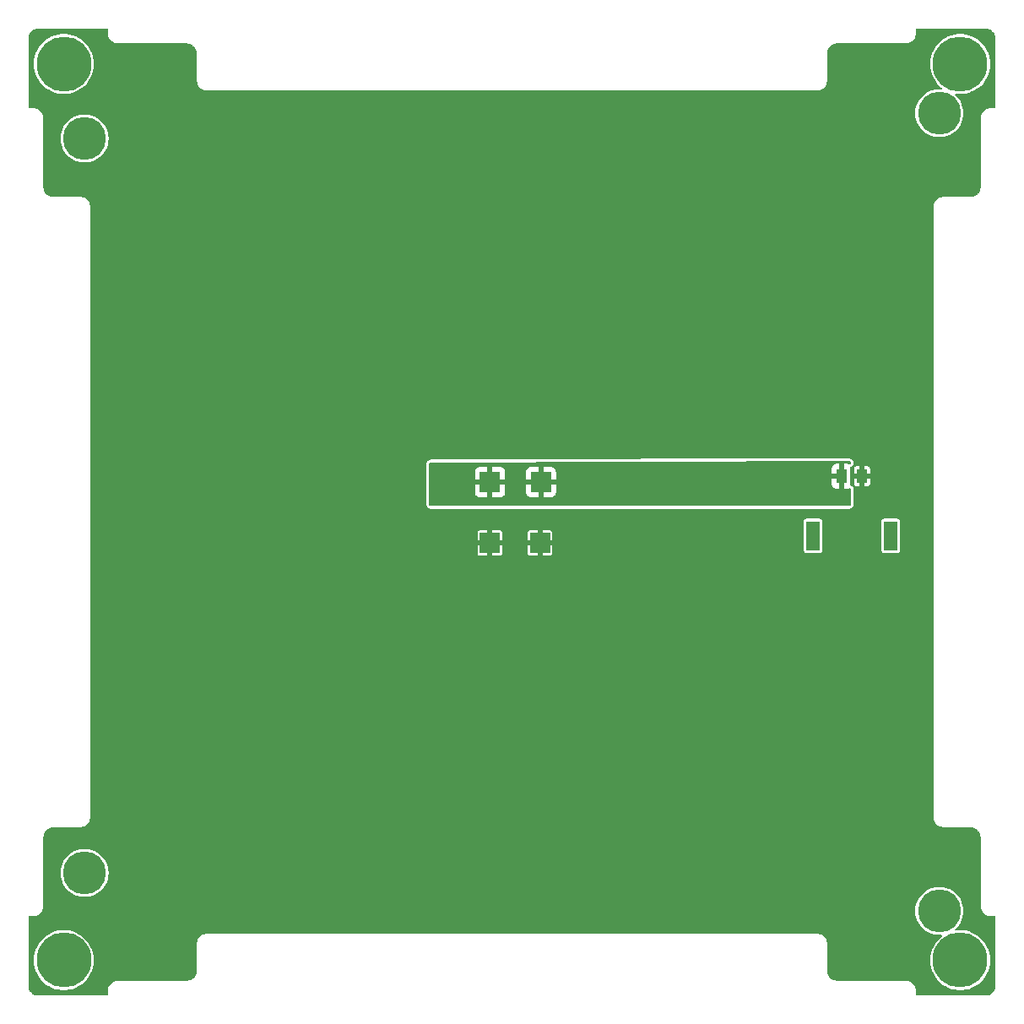
<source format=gbl>
G04 #@! TF.GenerationSoftware,KiCad,Pcbnew,7.0.1-0*
G04 #@! TF.CreationDate,2023-03-19T01:34:27-04:00*
G04 #@! TF.ProjectId,bottom-adapter,626f7474-6f6d-42d6-9164-61707465722e,3*
G04 #@! TF.SameCoordinates,Original*
G04 #@! TF.FileFunction,Copper,L2,Bot*
G04 #@! TF.FilePolarity,Positive*
%FSLAX46Y46*%
G04 Gerber Fmt 4.6, Leading zero omitted, Abs format (unit mm)*
G04 Created by KiCad (PCBNEW 7.0.1-0) date 2023-03-19 01:34:27*
%MOMM*%
%LPD*%
G01*
G04 APERTURE LIST*
G04 #@! TA.AperFunction,ComponentPad*
%ADD10C,5.500000*%
G04 #@! TD*
G04 #@! TA.AperFunction,ComponentPad*
%ADD11R,2.000000X2.000000*%
G04 #@! TD*
G04 #@! TA.AperFunction,ComponentPad*
%ADD12C,4.300000*%
G04 #@! TD*
G04 #@! TA.AperFunction,SMDPad,CuDef*
%ADD13R,1.350000X2.899999*%
G04 #@! TD*
G04 #@! TA.AperFunction,SMDPad,CuDef*
%ADD14R,1.100000X1.450000*%
G04 #@! TD*
G04 #@! TA.AperFunction,ViaPad*
%ADD15C,0.800000*%
G04 #@! TD*
G04 APERTURE END LIST*
D10*
X163450000Y-143450000D03*
D11*
X121400000Y-95500000D03*
D12*
X161364000Y-58495000D03*
D11*
X116300000Y-101600000D03*
D10*
X73550000Y-53550000D03*
D12*
X161364000Y-138505000D03*
X75639000Y-134695000D03*
X75639000Y-61035000D03*
D10*
X73550000Y-143450000D03*
D11*
X121300000Y-101600000D03*
D10*
X163450000Y-53550000D03*
D11*
X116300000Y-95500000D03*
D13*
X148705003Y-100874999D03*
X156494998Y-100874999D03*
D14*
X151599999Y-94900000D03*
X153600000Y-94900000D03*
D15*
X118700000Y-104000000D03*
X113700000Y-104000000D03*
X121300000Y-103900000D03*
X113700000Y-102800000D03*
X118700000Y-102800000D03*
X123900000Y-104000000D03*
X116300000Y-104000000D03*
X123800000Y-102800000D03*
G04 #@! TA.AperFunction,Conductor*
G36*
X77949200Y-50013978D02*
G01*
X77986022Y-50050800D01*
X77999500Y-50101100D01*
X77999500Y-50499500D01*
X77999500Y-50500000D01*
X77999500Y-50587532D01*
X78026958Y-50743260D01*
X78029900Y-50759941D01*
X78089773Y-50924442D01*
X78089775Y-50924445D01*
X78177308Y-51076055D01*
X78289837Y-51210163D01*
X78423945Y-51322692D01*
X78575555Y-51410225D01*
X78575557Y-51410226D01*
X78630390Y-51430183D01*
X78740062Y-51470101D01*
X78912468Y-51500500D01*
X78999901Y-51500500D01*
X79000000Y-51500500D01*
X79000500Y-51500500D01*
X85895610Y-51500500D01*
X85904376Y-51500883D01*
X85911103Y-51501471D01*
X85944991Y-51504436D01*
X85945800Y-51504511D01*
X86073691Y-51517107D01*
X86089829Y-51520044D01*
X86156789Y-51537985D01*
X86159887Y-51538870D01*
X86253149Y-51567161D01*
X86266458Y-51572252D01*
X86334461Y-51603963D01*
X86339302Y-51606383D01*
X86420289Y-51649671D01*
X86430560Y-51655982D01*
X86493626Y-51700142D01*
X86499744Y-51704783D01*
X86569342Y-51761900D01*
X86576657Y-51768530D01*
X86631468Y-51823341D01*
X86638098Y-51830656D01*
X86695215Y-51900254D01*
X86699856Y-51906372D01*
X86744016Y-51969438D01*
X86750331Y-51979717D01*
X86793598Y-52060663D01*
X86796052Y-52065571D01*
X86827744Y-52133536D01*
X86832837Y-52146849D01*
X86861123Y-52240096D01*
X86862027Y-52243260D01*
X86879950Y-52310147D01*
X86882894Y-52326325D01*
X86895472Y-52454042D01*
X86895573Y-52455130D01*
X86899117Y-52495621D01*
X86899500Y-52504393D01*
X86899500Y-55287530D01*
X86929900Y-55459941D01*
X86989773Y-55624442D01*
X86989775Y-55624445D01*
X87077308Y-55776055D01*
X87189837Y-55910163D01*
X87323945Y-56022692D01*
X87475555Y-56110225D01*
X87475557Y-56110226D01*
X87525548Y-56128421D01*
X87640062Y-56170101D01*
X87812468Y-56200500D01*
X87899901Y-56200500D01*
X87900000Y-56200500D01*
X87900500Y-56200500D01*
X149099500Y-56200500D01*
X149100099Y-56200500D01*
X149187530Y-56200500D01*
X149187532Y-56200500D01*
X149359938Y-56170101D01*
X149524445Y-56110225D01*
X149676055Y-56022692D01*
X149810163Y-55910163D01*
X149922692Y-55776055D01*
X150010225Y-55624445D01*
X150070101Y-55459938D01*
X150100500Y-55287532D01*
X150100500Y-55200000D01*
X150100500Y-55199500D01*
X150100500Y-52504390D01*
X150100883Y-52495624D01*
X150101370Y-52490053D01*
X150104440Y-52454964D01*
X150104508Y-52454229D01*
X150117107Y-52326303D01*
X150120042Y-52310174D01*
X150137994Y-52243177D01*
X150138860Y-52240145D01*
X150167164Y-52146840D01*
X150172248Y-52133550D01*
X150203977Y-52065508D01*
X150206368Y-52060726D01*
X150249680Y-51979695D01*
X150255976Y-51969447D01*
X150300144Y-51906368D01*
X150304767Y-51900274D01*
X150361918Y-51830635D01*
X150368510Y-51823362D01*
X150423362Y-51768510D01*
X150430635Y-51761918D01*
X150500274Y-51704767D01*
X150506372Y-51700142D01*
X150569447Y-51655976D01*
X150579695Y-51649680D01*
X150660726Y-51606368D01*
X150665508Y-51603977D01*
X150733550Y-51572248D01*
X150746840Y-51567164D01*
X150840145Y-51538860D01*
X150843177Y-51537994D01*
X150910174Y-51520042D01*
X150926303Y-51517107D01*
X151054229Y-51504508D01*
X151054964Y-51504440D01*
X151090053Y-51501370D01*
X151095624Y-51500883D01*
X151104390Y-51500500D01*
X158087530Y-51500500D01*
X158087532Y-51500500D01*
X158259938Y-51470101D01*
X158424445Y-51410225D01*
X158576055Y-51322692D01*
X158710163Y-51210163D01*
X158822692Y-51076055D01*
X158910225Y-50924445D01*
X158970101Y-50759938D01*
X159000500Y-50587532D01*
X159000500Y-50500000D01*
X159000500Y-50499500D01*
X159000500Y-50101100D01*
X159013978Y-50050800D01*
X159050800Y-50013978D01*
X159101100Y-50000500D01*
X165995610Y-50000500D01*
X166004376Y-50000883D01*
X166011103Y-50001471D01*
X166044991Y-50004436D01*
X166045800Y-50004511D01*
X166173691Y-50017107D01*
X166189829Y-50020044D01*
X166256789Y-50037985D01*
X166259887Y-50038870D01*
X166353149Y-50067161D01*
X166366458Y-50072252D01*
X166434461Y-50103963D01*
X166439302Y-50106383D01*
X166520289Y-50149671D01*
X166530560Y-50155982D01*
X166593626Y-50200142D01*
X166599744Y-50204783D01*
X166669342Y-50261900D01*
X166676657Y-50268530D01*
X166731468Y-50323341D01*
X166738098Y-50330656D01*
X166795215Y-50400254D01*
X166799856Y-50406372D01*
X166844016Y-50469438D01*
X166850331Y-50479717D01*
X166893598Y-50560663D01*
X166896052Y-50565571D01*
X166927744Y-50633536D01*
X166932837Y-50646849D01*
X166961123Y-50740096D01*
X166962027Y-50743260D01*
X166979950Y-50810147D01*
X166982894Y-50826325D01*
X166995472Y-50954042D01*
X166995573Y-50955130D01*
X166999117Y-50995621D01*
X166999500Y-51004393D01*
X166999500Y-57898900D01*
X166986022Y-57949200D01*
X166949200Y-57986022D01*
X166898900Y-57999500D01*
X166500500Y-57999500D01*
X166500000Y-57999500D01*
X166412468Y-57999500D01*
X166240062Y-58029899D01*
X166240060Y-58029899D01*
X166240058Y-58029900D01*
X166075557Y-58089773D01*
X165923945Y-58177308D01*
X165789837Y-58289837D01*
X165677308Y-58423945D01*
X165589773Y-58575557D01*
X165555974Y-58668421D01*
X165529899Y-58740062D01*
X165509626Y-58855043D01*
X165499500Y-58912470D01*
X165499500Y-65895607D01*
X165499117Y-65904379D01*
X165495573Y-65944868D01*
X165495472Y-65945956D01*
X165482894Y-66073673D01*
X165479950Y-66089851D01*
X165462027Y-66156738D01*
X165461123Y-66159902D01*
X165432837Y-66253149D01*
X165427744Y-66266462D01*
X165396052Y-66334427D01*
X165393598Y-66339335D01*
X165350331Y-66420281D01*
X165344016Y-66430560D01*
X165299856Y-66493626D01*
X165295215Y-66499744D01*
X165238098Y-66569342D01*
X165231468Y-66576657D01*
X165176657Y-66631468D01*
X165169342Y-66638098D01*
X165099744Y-66695215D01*
X165093626Y-66699856D01*
X165030560Y-66744016D01*
X165020281Y-66750331D01*
X164939335Y-66793598D01*
X164934427Y-66796052D01*
X164866462Y-66827744D01*
X164853149Y-66832837D01*
X164759902Y-66861123D01*
X164756738Y-66862027D01*
X164689851Y-66879950D01*
X164673673Y-66882894D01*
X164545956Y-66895472D01*
X164544868Y-66895573D01*
X164507511Y-66898842D01*
X164504376Y-66899117D01*
X164495607Y-66899500D01*
X161800500Y-66899500D01*
X161800000Y-66899500D01*
X161712468Y-66899500D01*
X161540062Y-66929899D01*
X161540060Y-66929899D01*
X161540058Y-66929900D01*
X161375557Y-66989773D01*
X161223945Y-67077308D01*
X161089837Y-67189837D01*
X160977308Y-67323945D01*
X160889773Y-67475557D01*
X160829900Y-67640058D01*
X160799500Y-67812470D01*
X160799500Y-129187530D01*
X160829900Y-129359941D01*
X160889773Y-129524442D01*
X160889775Y-129524445D01*
X160977308Y-129676055D01*
X161089837Y-129810163D01*
X161223945Y-129922692D01*
X161375555Y-130010225D01*
X161375557Y-130010226D01*
X161430390Y-130030183D01*
X161540062Y-130070101D01*
X161712468Y-130100500D01*
X161799901Y-130100500D01*
X161800000Y-130100500D01*
X161800500Y-130100500D01*
X164495610Y-130100500D01*
X164504376Y-130100883D01*
X164511103Y-130101471D01*
X164544991Y-130104436D01*
X164545800Y-130104511D01*
X164673691Y-130117107D01*
X164689829Y-130120044D01*
X164756789Y-130137985D01*
X164759887Y-130138870D01*
X164853149Y-130167161D01*
X164866458Y-130172252D01*
X164934461Y-130203963D01*
X164939302Y-130206383D01*
X165020289Y-130249671D01*
X165030560Y-130255982D01*
X165093626Y-130300142D01*
X165099744Y-130304783D01*
X165169342Y-130361900D01*
X165176657Y-130368530D01*
X165231468Y-130423341D01*
X165238098Y-130430656D01*
X165295215Y-130500254D01*
X165299856Y-130506372D01*
X165344016Y-130569438D01*
X165350331Y-130579717D01*
X165393598Y-130660663D01*
X165396052Y-130665571D01*
X165427744Y-130733536D01*
X165432837Y-130746849D01*
X165461123Y-130840096D01*
X165462027Y-130843260D01*
X165479950Y-130910147D01*
X165482894Y-130926325D01*
X165495472Y-131054042D01*
X165495573Y-131055130D01*
X165499117Y-131095621D01*
X165499500Y-131104393D01*
X165499500Y-138087530D01*
X165529900Y-138259941D01*
X165589773Y-138424442D01*
X165589775Y-138424445D01*
X165677308Y-138576055D01*
X165789837Y-138710163D01*
X165923945Y-138822692D01*
X166075555Y-138910225D01*
X166075557Y-138910226D01*
X166130390Y-138930183D01*
X166240062Y-138970101D01*
X166412468Y-139000500D01*
X166499901Y-139000500D01*
X166500000Y-139000500D01*
X166500500Y-139000500D01*
X166898900Y-139000500D01*
X166949200Y-139013978D01*
X166986022Y-139050800D01*
X166999500Y-139101100D01*
X166999500Y-145995607D01*
X166999117Y-146004379D01*
X166995573Y-146044868D01*
X166995472Y-146045956D01*
X166982894Y-146173673D01*
X166979950Y-146189851D01*
X166962027Y-146256738D01*
X166961123Y-146259902D01*
X166932837Y-146353149D01*
X166927744Y-146366462D01*
X166896052Y-146434427D01*
X166893598Y-146439335D01*
X166850331Y-146520281D01*
X166844016Y-146530560D01*
X166799856Y-146593626D01*
X166795215Y-146599744D01*
X166738098Y-146669342D01*
X166731468Y-146676657D01*
X166676657Y-146731468D01*
X166669342Y-146738098D01*
X166599744Y-146795215D01*
X166593626Y-146799856D01*
X166530560Y-146844016D01*
X166520281Y-146850331D01*
X166439335Y-146893598D01*
X166434427Y-146896052D01*
X166366462Y-146927744D01*
X166353149Y-146932837D01*
X166259902Y-146961123D01*
X166256738Y-146962027D01*
X166189851Y-146979950D01*
X166173673Y-146982894D01*
X166045956Y-146995472D01*
X166044868Y-146995573D01*
X166007511Y-146998842D01*
X166004376Y-146999117D01*
X165995607Y-146999500D01*
X159101100Y-146999500D01*
X159050800Y-146986022D01*
X159013978Y-146949200D01*
X159000500Y-146898900D01*
X159000500Y-146412470D01*
X158992388Y-146366462D01*
X158970101Y-146240062D01*
X158930183Y-146130390D01*
X158910226Y-146075557D01*
X158910225Y-146075555D01*
X158822692Y-145923945D01*
X158710163Y-145789837D01*
X158576055Y-145677308D01*
X158424445Y-145589775D01*
X158424446Y-145589775D01*
X158424442Y-145589773D01*
X158259941Y-145529900D01*
X158259940Y-145529899D01*
X158259938Y-145529899D01*
X158087532Y-145499500D01*
X158087530Y-145499500D01*
X151104393Y-145499500D01*
X151095623Y-145499117D01*
X151092099Y-145498808D01*
X151055130Y-145495573D01*
X151054042Y-145495472D01*
X150926325Y-145482894D01*
X150910151Y-145479950D01*
X150873391Y-145470101D01*
X150843260Y-145462027D01*
X150840096Y-145461123D01*
X150746849Y-145432837D01*
X150733536Y-145427744D01*
X150665571Y-145396052D01*
X150660663Y-145393598D01*
X150643694Y-145384528D01*
X150629056Y-145376703D01*
X150579717Y-145350331D01*
X150569438Y-145344016D01*
X150506372Y-145299856D01*
X150500254Y-145295215D01*
X150430656Y-145238098D01*
X150423341Y-145231468D01*
X150368530Y-145176657D01*
X150361900Y-145169342D01*
X150304783Y-145099744D01*
X150300142Y-145093626D01*
X150255982Y-145030560D01*
X150249671Y-145020289D01*
X150206383Y-144939302D01*
X150203963Y-144934461D01*
X150172252Y-144866458D01*
X150167161Y-144853149D01*
X150138875Y-144759902D01*
X150137985Y-144756788D01*
X150120044Y-144689829D01*
X150117107Y-144673691D01*
X150104511Y-144545800D01*
X150104436Y-144544991D01*
X150100883Y-144504376D01*
X150100500Y-144495610D01*
X150100500Y-141712470D01*
X150100500Y-141712468D01*
X150070101Y-141540062D01*
X150010225Y-141375555D01*
X149922692Y-141223945D01*
X149810163Y-141089837D01*
X149676055Y-140977308D01*
X149524445Y-140889775D01*
X149524446Y-140889775D01*
X149524442Y-140889773D01*
X149359941Y-140829900D01*
X149359940Y-140829899D01*
X149359938Y-140829899D01*
X149187532Y-140799500D01*
X149100099Y-140799500D01*
X87900500Y-140799500D01*
X87900000Y-140799500D01*
X87812468Y-140799500D01*
X87640062Y-140829899D01*
X87640060Y-140829899D01*
X87640058Y-140829900D01*
X87475557Y-140889773D01*
X87323945Y-140977308D01*
X87189837Y-141089837D01*
X87077308Y-141223945D01*
X86989773Y-141375557D01*
X86929900Y-141540058D01*
X86899500Y-141712470D01*
X86899500Y-144495607D01*
X86899117Y-144504379D01*
X86895573Y-144544868D01*
X86895472Y-144545956D01*
X86882894Y-144673673D01*
X86879950Y-144689851D01*
X86862027Y-144756738D01*
X86861123Y-144759902D01*
X86832837Y-144853149D01*
X86827744Y-144866462D01*
X86796052Y-144934427D01*
X86793598Y-144939335D01*
X86750331Y-145020281D01*
X86744016Y-145030560D01*
X86699856Y-145093626D01*
X86695215Y-145099744D01*
X86638098Y-145169342D01*
X86631468Y-145176657D01*
X86576657Y-145231468D01*
X86569342Y-145238098D01*
X86499744Y-145295215D01*
X86493626Y-145299856D01*
X86430560Y-145344016D01*
X86420281Y-145350331D01*
X86339335Y-145393598D01*
X86334427Y-145396052D01*
X86266462Y-145427744D01*
X86253149Y-145432837D01*
X86159902Y-145461123D01*
X86156738Y-145462027D01*
X86089851Y-145479950D01*
X86073673Y-145482894D01*
X85945956Y-145495472D01*
X85944868Y-145495573D01*
X85907511Y-145498842D01*
X85904376Y-145499117D01*
X85895607Y-145499500D01*
X79000500Y-145499500D01*
X79000000Y-145499500D01*
X78912468Y-145499500D01*
X78740062Y-145529899D01*
X78740060Y-145529899D01*
X78740058Y-145529900D01*
X78575557Y-145589773D01*
X78423945Y-145677308D01*
X78289837Y-145789837D01*
X78177308Y-145923945D01*
X78089773Y-146075557D01*
X78029900Y-146240058D01*
X78029899Y-146240062D01*
X78009960Y-146353149D01*
X77999500Y-146412470D01*
X77999500Y-146898900D01*
X77986022Y-146949200D01*
X77949200Y-146986022D01*
X77898900Y-146999500D01*
X71004393Y-146999500D01*
X70995623Y-146999117D01*
X70992099Y-146998808D01*
X70955130Y-146995573D01*
X70954042Y-146995472D01*
X70826325Y-146982894D01*
X70810151Y-146979950D01*
X70773391Y-146970101D01*
X70743260Y-146962027D01*
X70740096Y-146961123D01*
X70646849Y-146932837D01*
X70633536Y-146927744D01*
X70565571Y-146896052D01*
X70560663Y-146893598D01*
X70479717Y-146850331D01*
X70469438Y-146844016D01*
X70406372Y-146799856D01*
X70400254Y-146795215D01*
X70330656Y-146738098D01*
X70323341Y-146731468D01*
X70268530Y-146676657D01*
X70261900Y-146669342D01*
X70204783Y-146599744D01*
X70200142Y-146593626D01*
X70155982Y-146530560D01*
X70149671Y-146520289D01*
X70106383Y-146439302D01*
X70103963Y-146434461D01*
X70072252Y-146366458D01*
X70067161Y-146353149D01*
X70038875Y-146259902D01*
X70037985Y-146256788D01*
X70020044Y-146189829D01*
X70017107Y-146173691D01*
X70004511Y-146045800D01*
X70004436Y-146044991D01*
X70000883Y-146004376D01*
X70000500Y-145995610D01*
X70000500Y-143450000D01*
X70540408Y-143450000D01*
X70560758Y-143799392D01*
X70621532Y-144144060D01*
X70721909Y-144479341D01*
X70860530Y-144800702D01*
X71035523Y-145103798D01*
X71244519Y-145384528D01*
X71484696Y-145639101D01*
X71752792Y-145864061D01*
X71752796Y-145864064D01*
X71843841Y-145923945D01*
X72045208Y-146056386D01*
X72357959Y-146213455D01*
X72357962Y-146213456D01*
X72686839Y-146333158D01*
X72771188Y-146353149D01*
X73027385Y-146413869D01*
X73027386Y-146413869D01*
X73027390Y-146413870D01*
X73375008Y-146454500D01*
X73724990Y-146454500D01*
X73724992Y-146454500D01*
X74072610Y-146413870D01*
X74413161Y-146333158D01*
X74742038Y-146213456D01*
X74742040Y-146213455D01*
X75054791Y-146056386D01*
X75054796Y-146056383D01*
X75347204Y-145864064D01*
X75615307Y-145639098D01*
X75855481Y-145384528D01*
X76064477Y-145103798D01*
X76239470Y-144800702D01*
X76378091Y-144479341D01*
X76478468Y-144144060D01*
X76539242Y-143799392D01*
X76559592Y-143450000D01*
X76539242Y-143100608D01*
X76478468Y-142755940D01*
X76378091Y-142420659D01*
X76239470Y-142099298D01*
X76064477Y-141796202D01*
X75855481Y-141515472D01*
X75615307Y-141260902D01*
X75615305Y-141260901D01*
X75615303Y-141260898D01*
X75347207Y-141035938D01*
X75054791Y-140843613D01*
X74742040Y-140686544D01*
X74413159Y-140566841D01*
X74072614Y-140486130D01*
X73840864Y-140459043D01*
X73724992Y-140445500D01*
X73375008Y-140445500D01*
X73275688Y-140457108D01*
X73027385Y-140486130D01*
X72686840Y-140566841D01*
X72357959Y-140686544D01*
X72045208Y-140843613D01*
X71752792Y-141035938D01*
X71484696Y-141260898D01*
X71244519Y-141515471D01*
X71035521Y-141796205D01*
X70860531Y-142099295D01*
X70721909Y-142420658D01*
X70621532Y-142755938D01*
X70621532Y-142755940D01*
X70560758Y-143100608D01*
X70540408Y-143450000D01*
X70000500Y-143450000D01*
X70000500Y-139101100D01*
X70013978Y-139050800D01*
X70050800Y-139013978D01*
X70101100Y-139000500D01*
X70587530Y-139000500D01*
X70587532Y-139000500D01*
X70759938Y-138970101D01*
X70924445Y-138910225D01*
X71076055Y-138822692D01*
X71210163Y-138710163D01*
X71322692Y-138576055D01*
X71363716Y-138505000D01*
X158954745Y-138505000D01*
X158973743Y-138806957D01*
X159030437Y-139104158D01*
X159123929Y-139391899D01*
X159252758Y-139665673D01*
X159414869Y-139921118D01*
X159414873Y-139921124D01*
X159583827Y-140125355D01*
X159607733Y-140154253D01*
X159828281Y-140361360D01*
X159828284Y-140361362D01*
X160073057Y-140539200D01*
X160338190Y-140684958D01*
X160619500Y-140796337D01*
X160912551Y-140871579D01*
X161212722Y-140909500D01*
X161515267Y-140909500D01*
X161515278Y-140909500D01*
X161515430Y-140909480D01*
X161515577Y-140909500D01*
X161521607Y-140909500D01*
X161521607Y-140910295D01*
X161566114Y-140916164D01*
X161606971Y-140946900D01*
X161627443Y-140993749D01*
X161622244Y-141044611D01*
X161592715Y-141086349D01*
X161384692Y-141260902D01*
X161144519Y-141515471D01*
X160935521Y-141796205D01*
X160760531Y-142099295D01*
X160621909Y-142420658D01*
X160521532Y-142755938D01*
X160521532Y-142755940D01*
X160460758Y-143100608D01*
X160440408Y-143450000D01*
X160460758Y-143799392D01*
X160521532Y-144144060D01*
X160621909Y-144479341D01*
X160760530Y-144800702D01*
X160935523Y-145103798D01*
X161144519Y-145384528D01*
X161384696Y-145639101D01*
X161652792Y-145864061D01*
X161652796Y-145864064D01*
X161743841Y-145923945D01*
X161945208Y-146056386D01*
X162257959Y-146213455D01*
X162257962Y-146213456D01*
X162586839Y-146333158D01*
X162671188Y-146353149D01*
X162927385Y-146413869D01*
X162927386Y-146413869D01*
X162927390Y-146413870D01*
X163275008Y-146454500D01*
X163624990Y-146454500D01*
X163624992Y-146454500D01*
X163972610Y-146413870D01*
X164313161Y-146333158D01*
X164642038Y-146213456D01*
X164642040Y-146213455D01*
X164954791Y-146056386D01*
X164954796Y-146056383D01*
X165247204Y-145864064D01*
X165515307Y-145639098D01*
X165755481Y-145384528D01*
X165964477Y-145103798D01*
X166139470Y-144800702D01*
X166278091Y-144479341D01*
X166378468Y-144144060D01*
X166439242Y-143799392D01*
X166459592Y-143450000D01*
X166439242Y-143100608D01*
X166378468Y-142755940D01*
X166278091Y-142420659D01*
X166139470Y-142099298D01*
X165964477Y-141796202D01*
X165755481Y-141515472D01*
X165515307Y-141260902D01*
X165515305Y-141260901D01*
X165515303Y-141260898D01*
X165247207Y-141035938D01*
X164954791Y-140843613D01*
X164642040Y-140686544D01*
X164313159Y-140566841D01*
X163972614Y-140486130D01*
X163740864Y-140459043D01*
X163624992Y-140445500D01*
X163275008Y-140445500D01*
X163150309Y-140460075D01*
X163046749Y-140472179D01*
X162985991Y-140460075D01*
X162943846Y-140414668D01*
X162936296Y-140353178D01*
X162966203Y-140298925D01*
X163120271Y-140154248D01*
X163313127Y-139921124D01*
X163475245Y-139665667D01*
X163604068Y-139391906D01*
X163697563Y-139104157D01*
X163754256Y-138806960D01*
X163773254Y-138505000D01*
X163754256Y-138203040D01*
X163697563Y-137905843D01*
X163604068Y-137618094D01*
X163475245Y-137344333D01*
X163313127Y-137088876D01*
X163120271Y-136855752D01*
X163120270Y-136855751D01*
X163120266Y-136855746D01*
X162899718Y-136648639D01*
X162654943Y-136470800D01*
X162389813Y-136325043D01*
X162323099Y-136298629D01*
X162108500Y-136213663D01*
X161815449Y-136138421D01*
X161515278Y-136100500D01*
X161212722Y-136100500D01*
X160912551Y-136138421D01*
X160619500Y-136213663D01*
X160545555Y-136242940D01*
X160338186Y-136325043D01*
X160073056Y-136470800D01*
X159828281Y-136648639D01*
X159607733Y-136855746D01*
X159414869Y-137088881D01*
X159252758Y-137344326D01*
X159123929Y-137618100D01*
X159030437Y-137905841D01*
X158973743Y-138203042D01*
X158954745Y-138505000D01*
X71363716Y-138505000D01*
X71410225Y-138424445D01*
X71470101Y-138259938D01*
X71500500Y-138087532D01*
X71500500Y-138000000D01*
X71500500Y-137999500D01*
X71500500Y-134694999D01*
X73229745Y-134694999D01*
X73248743Y-134996957D01*
X73305437Y-135294158D01*
X73398929Y-135581899D01*
X73527758Y-135855673D01*
X73683131Y-136100500D01*
X73689873Y-136111124D01*
X73858827Y-136315355D01*
X73882733Y-136344253D01*
X74103281Y-136551360D01*
X74103284Y-136551362D01*
X74348057Y-136729200D01*
X74613190Y-136874958D01*
X74894500Y-136986337D01*
X75187551Y-137061579D01*
X75487722Y-137099500D01*
X75790275Y-137099500D01*
X75790278Y-137099500D01*
X76090449Y-137061579D01*
X76383500Y-136986337D01*
X76664810Y-136874958D01*
X76929943Y-136729200D01*
X77174716Y-136551362D01*
X77395271Y-136344248D01*
X77588127Y-136111124D01*
X77750245Y-135855667D01*
X77879068Y-135581906D01*
X77972563Y-135294157D01*
X78029256Y-134996960D01*
X78048254Y-134695000D01*
X78029256Y-134393040D01*
X77972563Y-134095843D01*
X77879068Y-133808094D01*
X77750245Y-133534333D01*
X77588127Y-133278876D01*
X77395271Y-133045752D01*
X77395270Y-133045751D01*
X77395266Y-133045746D01*
X77174718Y-132838639D01*
X76929943Y-132660800D01*
X76664813Y-132515043D01*
X76598099Y-132488629D01*
X76383500Y-132403663D01*
X76090449Y-132328421D01*
X75790278Y-132290500D01*
X75487722Y-132290500D01*
X75187551Y-132328421D01*
X74894500Y-132403663D01*
X74820555Y-132432939D01*
X74613186Y-132515043D01*
X74348056Y-132660800D01*
X74103281Y-132838639D01*
X73882733Y-133045746D01*
X73689869Y-133278881D01*
X73527758Y-133534326D01*
X73398929Y-133808100D01*
X73305437Y-134095841D01*
X73248743Y-134393042D01*
X73229745Y-134694999D01*
X71500500Y-134694999D01*
X71500500Y-131104390D01*
X71500883Y-131095624D01*
X71501370Y-131090053D01*
X71504440Y-131054964D01*
X71504508Y-131054229D01*
X71517107Y-130926303D01*
X71520042Y-130910174D01*
X71537994Y-130843177D01*
X71538860Y-130840145D01*
X71567164Y-130746840D01*
X71572248Y-130733550D01*
X71603977Y-130665508D01*
X71606368Y-130660726D01*
X71649680Y-130579695D01*
X71655976Y-130569447D01*
X71700144Y-130506368D01*
X71704767Y-130500274D01*
X71761918Y-130430635D01*
X71768510Y-130423362D01*
X71823362Y-130368510D01*
X71830635Y-130361918D01*
X71900274Y-130304767D01*
X71906372Y-130300142D01*
X71969447Y-130255976D01*
X71979695Y-130249680D01*
X72060726Y-130206368D01*
X72065508Y-130203977D01*
X72133550Y-130172248D01*
X72146840Y-130167164D01*
X72240145Y-130138860D01*
X72243177Y-130137994D01*
X72310174Y-130120042D01*
X72326303Y-130117107D01*
X72454229Y-130104508D01*
X72454964Y-130104440D01*
X72490053Y-130101370D01*
X72495624Y-130100883D01*
X72504390Y-130100500D01*
X75287530Y-130100500D01*
X75287532Y-130100500D01*
X75459938Y-130070101D01*
X75624445Y-130010225D01*
X75776055Y-129922692D01*
X75910163Y-129810163D01*
X76022692Y-129676055D01*
X76110225Y-129524445D01*
X76170101Y-129359938D01*
X76200500Y-129187532D01*
X76200500Y-129100000D01*
X76200500Y-129099500D01*
X76200500Y-101854000D01*
X115046001Y-101854000D01*
X115046001Y-102625018D01*
X115060736Y-102699105D01*
X115116875Y-102783124D01*
X115200893Y-102839262D01*
X115274983Y-102854000D01*
X116046000Y-102854000D01*
X116046000Y-101854000D01*
X116554000Y-101854000D01*
X116554000Y-102853999D01*
X117325018Y-102853999D01*
X117399105Y-102839263D01*
X117483124Y-102783124D01*
X117539262Y-102699106D01*
X117554000Y-102625017D01*
X117554000Y-101854000D01*
X120046001Y-101854000D01*
X120046001Y-102625018D01*
X120060736Y-102699105D01*
X120116875Y-102783124D01*
X120200893Y-102839262D01*
X120274983Y-102854000D01*
X121046000Y-102854000D01*
X121046000Y-101854000D01*
X121554000Y-101854000D01*
X121554000Y-102853999D01*
X122325018Y-102853999D01*
X122399105Y-102839263D01*
X122483124Y-102783124D01*
X122539262Y-102699106D01*
X122554000Y-102625017D01*
X122554000Y-102350066D01*
X147775503Y-102350066D01*
X147790267Y-102424298D01*
X147812706Y-102457879D01*
X147846519Y-102508483D01*
X147930702Y-102564733D01*
X148004936Y-102579499D01*
X149405069Y-102579498D01*
X149405070Y-102579498D01*
X149479302Y-102564734D01*
X149479303Y-102564733D01*
X149479304Y-102564733D01*
X149563487Y-102508483D01*
X149619737Y-102424300D01*
X149634503Y-102350066D01*
X155565498Y-102350066D01*
X155580262Y-102424298D01*
X155602701Y-102457879D01*
X155636514Y-102508483D01*
X155720697Y-102564733D01*
X155794931Y-102579499D01*
X157195064Y-102579498D01*
X157195065Y-102579498D01*
X157269297Y-102564734D01*
X157269298Y-102564733D01*
X157269299Y-102564733D01*
X157353482Y-102508483D01*
X157409732Y-102424300D01*
X157424498Y-102350066D01*
X157424497Y-99399933D01*
X157424497Y-99399931D01*
X157409733Y-99325699D01*
X157398513Y-99308908D01*
X157353482Y-99241515D01*
X157269299Y-99185265D01*
X157195064Y-99170499D01*
X155794930Y-99170499D01*
X155720698Y-99185263D01*
X155653303Y-99230296D01*
X155636516Y-99241514D01*
X155636513Y-99241516D01*
X155580264Y-99325697D01*
X155565498Y-99399932D01*
X155565498Y-102350066D01*
X149634503Y-102350066D01*
X149634502Y-99399933D01*
X149634502Y-99399931D01*
X149619738Y-99325699D01*
X149608518Y-99308908D01*
X149563487Y-99241515D01*
X149479304Y-99185265D01*
X149405069Y-99170499D01*
X148004935Y-99170499D01*
X147930703Y-99185263D01*
X147863308Y-99230296D01*
X147846521Y-99241514D01*
X147846518Y-99241516D01*
X147790269Y-99325697D01*
X147775503Y-99399932D01*
X147775503Y-102350066D01*
X122554000Y-102350066D01*
X122554000Y-101854000D01*
X121554000Y-101854000D01*
X121046000Y-101854000D01*
X120046001Y-101854000D01*
X117554000Y-101854000D01*
X116554000Y-101854000D01*
X116046000Y-101854000D01*
X115046001Y-101854000D01*
X76200500Y-101854000D01*
X76200500Y-101346000D01*
X115046000Y-101346000D01*
X116046000Y-101346000D01*
X116046000Y-100346001D01*
X115274982Y-100346001D01*
X115200894Y-100360736D01*
X115116875Y-100416875D01*
X115060737Y-100500893D01*
X115046000Y-100574983D01*
X115046000Y-101346000D01*
X76200500Y-101346000D01*
X76200500Y-100346000D01*
X116554000Y-100346000D01*
X116554000Y-101346000D01*
X117553999Y-101346000D01*
X120046000Y-101346000D01*
X121046000Y-101346000D01*
X121046000Y-100346001D01*
X120274982Y-100346001D01*
X120200894Y-100360736D01*
X120116875Y-100416875D01*
X120060737Y-100500893D01*
X120046000Y-100574983D01*
X120046000Y-101346000D01*
X117553999Y-101346000D01*
X117553999Y-100574982D01*
X117539263Y-100500894D01*
X117483124Y-100416875D01*
X117399106Y-100360737D01*
X117325017Y-100346000D01*
X121554000Y-100346000D01*
X121554000Y-101346000D01*
X122553999Y-101346000D01*
X122553999Y-100574982D01*
X122539263Y-100500894D01*
X122483124Y-100416875D01*
X122399106Y-100360737D01*
X122325017Y-100346000D01*
X121554000Y-100346000D01*
X117325017Y-100346000D01*
X116554000Y-100346000D01*
X76200500Y-100346000D01*
X76200500Y-97774003D01*
X109940500Y-97774003D01*
X109949340Y-97841159D01*
X109961349Y-97885974D01*
X109966208Y-97904109D01*
X109966223Y-97904163D01*
X109992147Y-97966749D01*
X109992148Y-97966750D01*
X110033387Y-98020494D01*
X110079464Y-98066571D01*
X110079509Y-98066616D01*
X110133249Y-98107852D01*
X110195839Y-98133778D01*
X110258835Y-98150657D01*
X110282838Y-98153816D01*
X110325999Y-98159499D01*
X152374185Y-98159463D01*
X152374257Y-98159463D01*
X152441415Y-98150621D01*
X152441416Y-98150620D01*
X152441421Y-98150620D01*
X152504423Y-98133738D01*
X152567011Y-98107813D01*
X152567011Y-98107812D01*
X152620754Y-98066572D01*
X152666876Y-98020448D01*
X152708077Y-97966750D01*
X152708115Y-97966701D01*
X152734038Y-97904109D01*
X152750916Y-97841106D01*
X152759755Y-97773941D01*
X152759663Y-96218032D01*
X152752162Y-96156104D01*
X152737807Y-96097704D01*
X152715743Y-96039356D01*
X152680393Y-95987958D01*
X152640605Y-95942864D01*
X152594012Y-95901389D01*
X152594011Y-95901388D01*
X152538870Y-95872233D01*
X152518066Y-95864262D01*
X152482710Y-95850715D01*
X152463100Y-95845803D01*
X152418775Y-95821641D01*
X152391768Y-95778991D01*
X152388879Y-95728592D01*
X152389732Y-95724302D01*
X152389733Y-95724301D01*
X152404499Y-95650067D01*
X152404499Y-95154000D01*
X152796001Y-95154000D01*
X152796001Y-95650018D01*
X152810736Y-95724105D01*
X152866875Y-95808124D01*
X152950893Y-95864262D01*
X153024983Y-95879000D01*
X153346000Y-95879000D01*
X153346000Y-95154000D01*
X153854000Y-95154000D01*
X153854000Y-95878999D01*
X154175018Y-95878999D01*
X154249105Y-95864263D01*
X154333124Y-95808124D01*
X154389262Y-95724106D01*
X154404000Y-95650017D01*
X154404000Y-95154000D01*
X153854000Y-95154000D01*
X153346000Y-95154000D01*
X152796001Y-95154000D01*
X152404499Y-95154000D01*
X152404498Y-94646000D01*
X152796000Y-94646000D01*
X153346000Y-94646000D01*
X153346000Y-93921001D01*
X153024982Y-93921001D01*
X152950894Y-93935736D01*
X152866875Y-93991875D01*
X152810737Y-94075893D01*
X152796000Y-94149983D01*
X152796000Y-94646000D01*
X152404498Y-94646000D01*
X152404498Y-94149934D01*
X152389733Y-94075699D01*
X152388861Y-94071313D01*
X152391751Y-94020914D01*
X152418759Y-93978265D01*
X152463082Y-93954104D01*
X152482571Y-93949223D01*
X152538730Y-93927703D01*
X152551405Y-93921000D01*
X153854000Y-93921000D01*
X153854000Y-94646000D01*
X154403999Y-94646000D01*
X154403999Y-94149982D01*
X154389263Y-94075894D01*
X154333124Y-93991875D01*
X154249106Y-93935737D01*
X154175017Y-93921000D01*
X153854000Y-93921000D01*
X152551405Y-93921000D01*
X152593879Y-93898539D01*
X152640474Y-93857056D01*
X152680260Y-93811956D01*
X152715607Y-93760555D01*
X152737665Y-93702203D01*
X152752015Y-93643799D01*
X152759510Y-93581866D01*
X152759507Y-93528504D01*
X152750635Y-93461246D01*
X152733703Y-93398165D01*
X152707704Y-93335506D01*
X152666353Y-93281727D01*
X152620115Y-93235598D01*
X152566239Y-93194375D01*
X152566237Y-93194374D01*
X152503524Y-93168523D01*
X152440401Y-93151739D01*
X152373121Y-93143027D01*
X152373119Y-93143027D01*
X152181413Y-93143470D01*
X110325103Y-93240209D01*
X110258057Y-93249181D01*
X110195183Y-93266159D01*
X110132734Y-93292154D01*
X110079129Y-93333401D01*
X110033126Y-93379510D01*
X109991997Y-93433217D01*
X109966146Y-93495728D01*
X109949316Y-93558639D01*
X109940500Y-93625709D01*
X109940500Y-97774003D01*
X76200500Y-97774003D01*
X76200500Y-67899901D01*
X76200500Y-67812468D01*
X76170101Y-67640062D01*
X76110225Y-67475555D01*
X76022692Y-67323945D01*
X75910163Y-67189837D01*
X75776055Y-67077308D01*
X75624445Y-66989775D01*
X75624446Y-66989775D01*
X75624442Y-66989773D01*
X75459941Y-66929900D01*
X75459940Y-66929899D01*
X75459938Y-66929899D01*
X75287532Y-66899500D01*
X75287530Y-66899500D01*
X72504393Y-66899500D01*
X72495623Y-66899117D01*
X72492099Y-66898808D01*
X72455130Y-66895573D01*
X72454042Y-66895472D01*
X72326325Y-66882894D01*
X72310151Y-66879950D01*
X72273391Y-66870101D01*
X72243260Y-66862027D01*
X72240096Y-66861123D01*
X72146849Y-66832837D01*
X72133536Y-66827744D01*
X72065571Y-66796052D01*
X72060663Y-66793598D01*
X71979717Y-66750331D01*
X71969438Y-66744016D01*
X71906372Y-66699856D01*
X71900254Y-66695215D01*
X71830656Y-66638098D01*
X71823341Y-66631468D01*
X71768530Y-66576657D01*
X71761900Y-66569342D01*
X71704783Y-66499744D01*
X71700142Y-66493626D01*
X71655982Y-66430560D01*
X71649671Y-66420289D01*
X71606383Y-66339302D01*
X71603963Y-66334461D01*
X71572252Y-66266458D01*
X71567161Y-66253149D01*
X71538875Y-66159902D01*
X71537985Y-66156788D01*
X71520044Y-66089829D01*
X71517107Y-66073691D01*
X71504511Y-65945800D01*
X71504436Y-65944991D01*
X71500883Y-65904376D01*
X71500500Y-65895610D01*
X71500500Y-61035000D01*
X73229745Y-61035000D01*
X73248743Y-61336957D01*
X73305437Y-61634158D01*
X73398929Y-61921899D01*
X73527758Y-62195673D01*
X73689869Y-62451118D01*
X73689873Y-62451124D01*
X73858827Y-62655355D01*
X73882733Y-62684253D01*
X74103281Y-62891360D01*
X74103284Y-62891362D01*
X74348057Y-63069200D01*
X74613190Y-63214958D01*
X74894500Y-63326337D01*
X75187551Y-63401579D01*
X75487722Y-63439500D01*
X75790275Y-63439500D01*
X75790278Y-63439500D01*
X76090449Y-63401579D01*
X76383500Y-63326337D01*
X76664810Y-63214958D01*
X76929943Y-63069200D01*
X77174716Y-62891362D01*
X77395271Y-62684248D01*
X77588127Y-62451124D01*
X77750245Y-62195667D01*
X77879068Y-61921906D01*
X77972563Y-61634157D01*
X78029256Y-61336960D01*
X78048254Y-61035000D01*
X78029256Y-60733040D01*
X77972563Y-60435843D01*
X77879068Y-60148094D01*
X77750245Y-59874333D01*
X77588127Y-59618876D01*
X77395271Y-59385752D01*
X77395270Y-59385751D01*
X77395266Y-59385746D01*
X77174718Y-59178639D01*
X76929943Y-59000800D01*
X76664813Y-58855043D01*
X76518112Y-58796960D01*
X76383500Y-58743663D01*
X76090449Y-58668421D01*
X75790278Y-58630500D01*
X75487722Y-58630500D01*
X75187551Y-58668421D01*
X74894500Y-58743663D01*
X74820555Y-58772939D01*
X74613186Y-58855043D01*
X74348056Y-59000800D01*
X74103281Y-59178639D01*
X73882733Y-59385746D01*
X73689869Y-59618881D01*
X73527758Y-59874326D01*
X73398929Y-60148100D01*
X73305437Y-60435841D01*
X73248743Y-60733042D01*
X73229745Y-61035000D01*
X71500500Y-61035000D01*
X71500500Y-58912470D01*
X71500500Y-58912468D01*
X71470101Y-58740062D01*
X71410225Y-58575555D01*
X71363715Y-58494999D01*
X158954745Y-58494999D01*
X158973743Y-58796957D01*
X159030437Y-59094158D01*
X159123929Y-59381899D01*
X159123931Y-59381903D01*
X159123932Y-59381906D01*
X159235445Y-59618881D01*
X159252758Y-59655673D01*
X159414869Y-59911118D01*
X159414873Y-59911124D01*
X159583827Y-60115355D01*
X159607733Y-60144253D01*
X159828281Y-60351360D01*
X159828284Y-60351362D01*
X160073057Y-60529200D01*
X160338190Y-60674958D01*
X160619500Y-60786337D01*
X160912551Y-60861579D01*
X161212722Y-60899500D01*
X161515275Y-60899500D01*
X161515278Y-60899500D01*
X161815449Y-60861579D01*
X162108500Y-60786337D01*
X162389810Y-60674958D01*
X162654943Y-60529200D01*
X162899716Y-60351362D01*
X163116169Y-60148100D01*
X163120266Y-60144253D01*
X163120267Y-60144251D01*
X163120271Y-60144248D01*
X163313127Y-59911124D01*
X163475245Y-59655667D01*
X163604068Y-59381906D01*
X163697563Y-59094157D01*
X163754256Y-58796960D01*
X163773254Y-58495000D01*
X163754256Y-58193040D01*
X163697563Y-57895843D01*
X163604068Y-57608094D01*
X163475245Y-57334333D01*
X163313127Y-57078876D01*
X163120271Y-56845752D01*
X163120270Y-56845751D01*
X163120266Y-56845746D01*
X162966206Y-56701075D01*
X162936297Y-56646822D01*
X162943847Y-56585332D01*
X162985992Y-56539925D01*
X163046750Y-56527821D01*
X163095239Y-56533488D01*
X163275008Y-56554500D01*
X163624990Y-56554500D01*
X163624992Y-56554500D01*
X163972610Y-56513870D01*
X164313161Y-56433158D01*
X164642038Y-56313456D01*
X164860654Y-56203663D01*
X164954791Y-56156386D01*
X164954796Y-56156383D01*
X165247204Y-55964064D01*
X165515307Y-55739098D01*
X165755481Y-55484528D01*
X165964477Y-55203798D01*
X166139470Y-54900702D01*
X166278091Y-54579341D01*
X166378468Y-54244060D01*
X166439242Y-53899392D01*
X166459592Y-53550000D01*
X166439242Y-53200608D01*
X166378468Y-52855940D01*
X166278091Y-52520659D01*
X166139470Y-52199298D01*
X165964477Y-51896202D01*
X165755481Y-51615472D01*
X165515307Y-51360902D01*
X165515305Y-51360901D01*
X165515303Y-51360898D01*
X165247207Y-51135938D01*
X164954791Y-50943613D01*
X164642040Y-50786544D01*
X164313159Y-50666841D01*
X163972614Y-50586130D01*
X163740864Y-50559043D01*
X163624992Y-50545500D01*
X163275008Y-50545500D01*
X163175688Y-50557108D01*
X162927385Y-50586130D01*
X162586840Y-50666841D01*
X162257959Y-50786544D01*
X161945208Y-50943613D01*
X161652792Y-51135938D01*
X161384696Y-51360898D01*
X161144519Y-51615471D01*
X160935521Y-51896205D01*
X160760531Y-52199295D01*
X160621909Y-52520658D01*
X160521532Y-52855938D01*
X160521532Y-52855940D01*
X160460758Y-53200608D01*
X160440408Y-53550000D01*
X160460758Y-53899392D01*
X160521532Y-54244060D01*
X160621909Y-54579341D01*
X160760530Y-54900702D01*
X160935523Y-55203798D01*
X161144519Y-55484528D01*
X161384693Y-55739098D01*
X161495831Y-55832354D01*
X161592715Y-55913650D01*
X161622242Y-55955385D01*
X161627444Y-56006244D01*
X161606976Y-56053092D01*
X161566125Y-56083830D01*
X161521607Y-56089707D01*
X161521607Y-56090500D01*
X161515600Y-56090500D01*
X161515442Y-56090520D01*
X161515278Y-56090500D01*
X161212722Y-56090500D01*
X160912551Y-56128421D01*
X160619500Y-56203663D01*
X160545555Y-56232940D01*
X160338186Y-56315043D01*
X160073056Y-56460800D01*
X159828281Y-56638639D01*
X159607733Y-56845746D01*
X159414869Y-57078881D01*
X159252758Y-57334326D01*
X159123929Y-57608100D01*
X159030437Y-57895841D01*
X158973743Y-58193042D01*
X158954745Y-58494999D01*
X71363715Y-58494999D01*
X71322692Y-58423945D01*
X71210163Y-58289837D01*
X71076055Y-58177308D01*
X70924445Y-58089775D01*
X70924446Y-58089775D01*
X70924442Y-58089773D01*
X70759941Y-58029900D01*
X70759940Y-58029899D01*
X70759938Y-58029899D01*
X70587532Y-57999500D01*
X70587530Y-57999500D01*
X70101100Y-57999500D01*
X70050800Y-57986022D01*
X70013978Y-57949200D01*
X70000500Y-57898900D01*
X70000500Y-53550000D01*
X70540408Y-53550000D01*
X70560758Y-53899392D01*
X70621532Y-54244060D01*
X70721909Y-54579341D01*
X70860530Y-54900702D01*
X71035523Y-55203798D01*
X71244519Y-55484528D01*
X71298598Y-55541849D01*
X71484696Y-55739101D01*
X71752792Y-55964061D01*
X71752796Y-55964064D01*
X71841936Y-56022692D01*
X72045208Y-56156386D01*
X72357959Y-56313455D01*
X72357962Y-56313456D01*
X72686839Y-56433158D01*
X72718168Y-56440583D01*
X73027385Y-56513869D01*
X73027386Y-56513869D01*
X73027390Y-56513870D01*
X73375008Y-56554500D01*
X73724990Y-56554500D01*
X73724992Y-56554500D01*
X74072610Y-56513870D01*
X74413161Y-56433158D01*
X74742038Y-56313456D01*
X74960654Y-56203663D01*
X75054791Y-56156386D01*
X75054796Y-56156383D01*
X75347204Y-55964064D01*
X75615307Y-55739098D01*
X75855481Y-55484528D01*
X76064477Y-55203798D01*
X76239470Y-54900702D01*
X76378091Y-54579341D01*
X76478468Y-54244060D01*
X76539242Y-53899392D01*
X76559592Y-53550000D01*
X76539242Y-53200608D01*
X76478468Y-52855940D01*
X76378091Y-52520659D01*
X76239470Y-52199298D01*
X76064477Y-51896202D01*
X75855481Y-51615472D01*
X75615307Y-51360902D01*
X75615305Y-51360901D01*
X75615303Y-51360898D01*
X75347207Y-51135938D01*
X75054791Y-50943613D01*
X74742040Y-50786544D01*
X74413159Y-50666841D01*
X74072614Y-50586130D01*
X73840864Y-50559043D01*
X73724992Y-50545500D01*
X73375008Y-50545500D01*
X73275688Y-50557108D01*
X73027385Y-50586130D01*
X72686840Y-50666841D01*
X72357959Y-50786544D01*
X72045208Y-50943613D01*
X71752792Y-51135938D01*
X71484696Y-51360898D01*
X71244519Y-51615471D01*
X71035521Y-51896205D01*
X70860531Y-52199295D01*
X70721909Y-52520658D01*
X70621532Y-52855938D01*
X70621532Y-52855940D01*
X70560758Y-53200608D01*
X70540408Y-53550000D01*
X70000500Y-53550000D01*
X70000500Y-51004390D01*
X70000883Y-50995624D01*
X70001370Y-50990053D01*
X70004440Y-50954964D01*
X70004508Y-50954229D01*
X70017107Y-50826303D01*
X70020042Y-50810174D01*
X70037994Y-50743177D01*
X70038860Y-50740145D01*
X70067164Y-50646840D01*
X70072248Y-50633550D01*
X70103977Y-50565508D01*
X70106368Y-50560726D01*
X70149680Y-50479695D01*
X70155976Y-50469447D01*
X70200144Y-50406368D01*
X70204767Y-50400274D01*
X70261918Y-50330635D01*
X70268510Y-50323362D01*
X70323362Y-50268510D01*
X70330635Y-50261918D01*
X70400274Y-50204767D01*
X70406372Y-50200142D01*
X70469447Y-50155976D01*
X70479695Y-50149680D01*
X70560726Y-50106368D01*
X70565508Y-50103977D01*
X70633550Y-50072248D01*
X70646840Y-50067164D01*
X70740145Y-50038860D01*
X70743177Y-50037994D01*
X70810174Y-50020042D01*
X70826303Y-50017107D01*
X70954229Y-50004508D01*
X70954964Y-50004440D01*
X70990053Y-50001370D01*
X70995624Y-50000883D01*
X71004390Y-50000500D01*
X77898900Y-50000500D01*
X77949200Y-50013978D01*
G37*
G04 #@! TD.AperFunction*
G04 #@! TA.AperFunction,Conductor*
G36*
X152436837Y-93419309D02*
G01*
X152483075Y-93465438D01*
X152500007Y-93528519D01*
X152500010Y-93581881D01*
X152485660Y-93640285D01*
X152445874Y-93685385D01*
X152389715Y-93706905D01*
X152329978Y-93699944D01*
X152259092Y-93673505D01*
X152198588Y-93667000D01*
X151853999Y-93667000D01*
X151853999Y-96133000D01*
X152198588Y-96133000D01*
X152259094Y-96126494D01*
X152330130Y-96099999D01*
X152389863Y-96093036D01*
X152446020Y-96114553D01*
X152485808Y-96159647D01*
X152500163Y-96218047D01*
X152500255Y-97773956D01*
X152483377Y-97836959D01*
X152437257Y-97883081D01*
X152374255Y-97899963D01*
X131349460Y-97899981D01*
X110325999Y-97899999D01*
X110263000Y-97883119D01*
X110216881Y-97837000D01*
X110200000Y-97774000D01*
X110200000Y-95754000D01*
X114792000Y-95754000D01*
X114792000Y-96548589D01*
X114798505Y-96609093D01*
X114849554Y-96745962D01*
X114937095Y-96862904D01*
X115054037Y-96950445D01*
X115190906Y-97001494D01*
X115251411Y-97008000D01*
X116046000Y-97008000D01*
X116046000Y-95754000D01*
X116554000Y-95754000D01*
X116554000Y-97008000D01*
X117348589Y-97008000D01*
X117409093Y-97001494D01*
X117545962Y-96950445D01*
X117662904Y-96862904D01*
X117750445Y-96745962D01*
X117801494Y-96609093D01*
X117808000Y-96548589D01*
X117808000Y-95754000D01*
X119892000Y-95754000D01*
X119892000Y-96548589D01*
X119898505Y-96609093D01*
X119949554Y-96745962D01*
X120037095Y-96862904D01*
X120154037Y-96950445D01*
X120290906Y-97001494D01*
X120351411Y-97008000D01*
X121146000Y-97008000D01*
X121146000Y-95754000D01*
X121654000Y-95754000D01*
X121654000Y-97008000D01*
X122448589Y-97008000D01*
X122509093Y-97001494D01*
X122645962Y-96950445D01*
X122762904Y-96862904D01*
X122850445Y-96745962D01*
X122901494Y-96609093D01*
X122908000Y-96548589D01*
X122908000Y-95754000D01*
X121654000Y-95754000D01*
X121146000Y-95754000D01*
X119892000Y-95754000D01*
X117808000Y-95754000D01*
X116554000Y-95754000D01*
X116046000Y-95754000D01*
X114792000Y-95754000D01*
X110200000Y-95754000D01*
X110200000Y-95246000D01*
X114792000Y-95246000D01*
X116046000Y-95246000D01*
X116046000Y-93992000D01*
X116554000Y-93992000D01*
X116554000Y-95246000D01*
X117808000Y-95246000D01*
X119892000Y-95246000D01*
X121146000Y-95246000D01*
X121146000Y-93992000D01*
X121654000Y-93992000D01*
X121654000Y-95246000D01*
X122908000Y-95246000D01*
X122908000Y-95154000D01*
X150541999Y-95154000D01*
X150541999Y-95673589D01*
X150548504Y-95734093D01*
X150599553Y-95870962D01*
X150687094Y-95987904D01*
X150804036Y-96075445D01*
X150940905Y-96126494D01*
X151001410Y-96133000D01*
X151345999Y-96133000D01*
X151345999Y-95154000D01*
X150541999Y-95154000D01*
X122908000Y-95154000D01*
X122908000Y-94646000D01*
X150541999Y-94646000D01*
X151345999Y-94646000D01*
X151345999Y-93667000D01*
X151001410Y-93667000D01*
X150940905Y-93673505D01*
X150804036Y-93724554D01*
X150687094Y-93812095D01*
X150599553Y-93929037D01*
X150548504Y-94065906D01*
X150541999Y-94126411D01*
X150541999Y-94646000D01*
X122908000Y-94646000D01*
X122908000Y-94451411D01*
X122901494Y-94390906D01*
X122850445Y-94254037D01*
X122762904Y-94137095D01*
X122645962Y-94049554D01*
X122509093Y-93998505D01*
X122448589Y-93992000D01*
X121654000Y-93992000D01*
X121146000Y-93992000D01*
X120351411Y-93992000D01*
X120290906Y-93998505D01*
X120154037Y-94049554D01*
X120037095Y-94137095D01*
X119949554Y-94254037D01*
X119898505Y-94390906D01*
X119892000Y-94451411D01*
X119892000Y-95246000D01*
X117808000Y-95246000D01*
X117808000Y-94451411D01*
X117801494Y-94390906D01*
X117750445Y-94254037D01*
X117662904Y-94137095D01*
X117545962Y-94049554D01*
X117409093Y-93998505D01*
X117348589Y-93992000D01*
X116554000Y-93992000D01*
X116046000Y-93992000D01*
X115251411Y-93992000D01*
X115190906Y-93998505D01*
X115054037Y-94049554D01*
X114937095Y-94137095D01*
X114849554Y-94254037D01*
X114798505Y-94390906D01*
X114792000Y-94451411D01*
X114792000Y-95246000D01*
X110200000Y-95246000D01*
X110200000Y-93625709D01*
X110216832Y-93562793D01*
X110262832Y-93516687D01*
X110325707Y-93499709D01*
X152373719Y-93402526D01*
X152436837Y-93419309D01*
G37*
G04 #@! TD.AperFunction*
M02*

</source>
